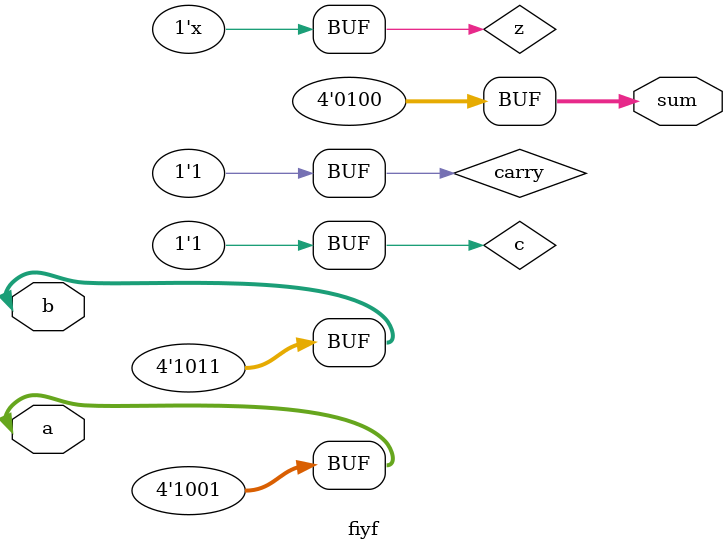
<source format=v>
module fiyf(
    input[3:0] a,b,

  output reg[3:0] sum
);
reg of;
reg z;
reg carry,c;


assign a=4'b1001;
assign b=4'b1011;

initial begin
{carry,sum}=a+b;
if(carry)
c=1;
end
initial begin 

if(((sum[4]==0)&&(a[4]==1)&&(b[4]==1))||((sum[4]==1)&&(a[4]==0)&&(b[4]==0)))
of=1;
 if(&sum)
z=1;


end


endmodule

</source>
